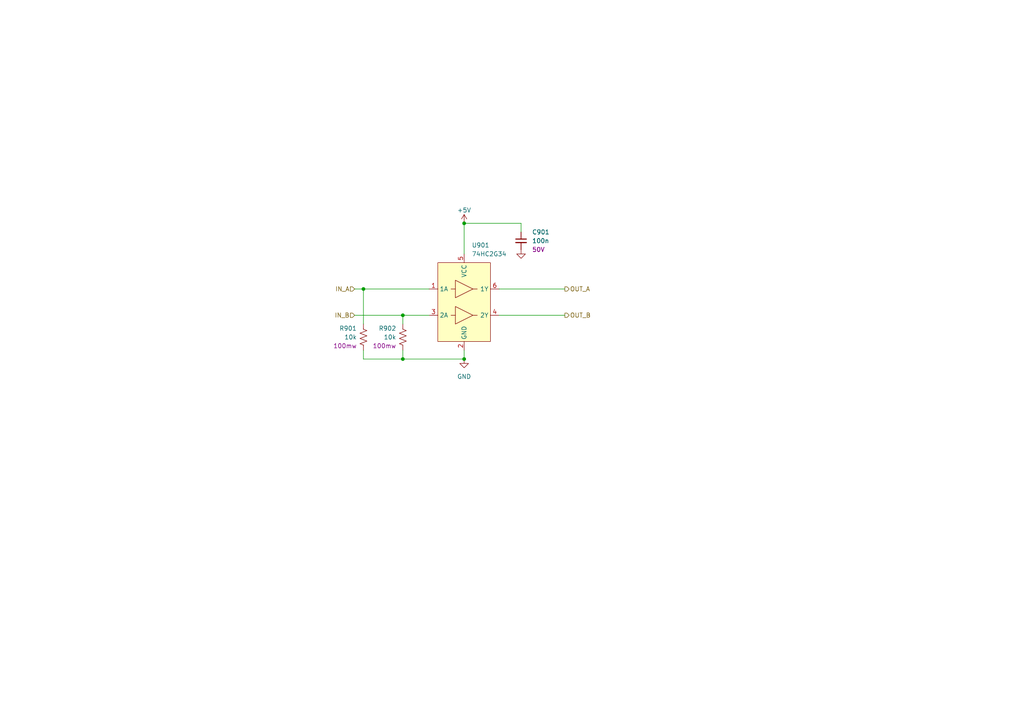
<source format=kicad_sch>
(kicad_sch (version 20230121) (generator eeschema)
  (paper "A4")
  (lib_symbols
    (symbol "Device:C_Small" (pin_numbers hide) (pin_names (offset 0.254) hide)
      (property "Reference" "C" (at 0.254 1.778 0))
      (property "Value" "C_Small" (at 0.254 -2.032 0))
      (symbol "C_Small_0_1"
        (polyline (pts (xy -1.524 -0.508) (xy 1.524 -0.508)) (stroke (width 0.3302)))
        (polyline (pts (xy -1.524 0.508) (xy 1.524 0.508)) (stroke (width 0.3048)))
      )
      (symbol "C_Small_1_1"
        (pin passive line (at 0 2.54 270) (length 2.032) (name "~") (number "1"))
        (pin passive line (at 0 -2.54 90) (length 2.032) (name "~") (number "2"))
      )
    )
    (symbol "Device:R_US" (pin_numbers hide) (pin_names (offset 0))
      (property "Reference" "R" (at 2.54 0 90))
      (property "Value" "R_US" (at -2.54 0 90))
      (symbol "R_US_0_1"
        (polyline (pts (xy 0 -2.286) (xy 0 -2.54)))
        (polyline (pts (xy 0 2.286) (xy 0 2.54)))
        (polyline (pts (xy 0 -0.762) (xy 1.016 -1.143) (xy 0 -1.524) (xy -1.016 -1.905) (xy 0 -2.286)))
        (polyline (pts (xy 0 0.762) (xy 1.016 0.381) (xy 0 0) (xy -1.016 -0.381) (xy 0 -0.762)))
        (polyline (pts (xy 0 2.286) (xy 1.016 1.905) (xy 0 1.524) (xy -1.016 1.143) (xy 0 0.762)))
      )
      (symbol "R_US_1_1"
        (pin passive line (at 0 3.81 270) (length 1.27) (name "~") (number "1"))
        (pin passive line (at 0 -3.81 90) (length 1.27) (name "~") (number "2"))
      )
    )
    (symbol "Droid:74HC2G34"
      (property "Reference" "U" (at 2.54 -12.7 0))
      (property "Value" "74HC2G34" (at 2.54 -15.24 0))
      (symbol "74HC2G34_0_0"
        (pin input line (at -10.16 3.81 0) (length 2.54) (name "1A") (number "1"))
        (pin power_in line (at 0 -13.97 90) (length 2.54) (name "GND") (number "2"))
        (pin input line (at -10.16 -3.81 0) (length 2.54) (name "2A") (number "3"))
        (pin output line (at 10.16 -3.81 180) (length 2.54) (name "2Y") (number "4"))
        (pin power_in line (at 0 13.97 270) (length 2.54) (name "VCC") (number "5"))
        (pin output line (at 10.16 3.81 180) (length 2.54) (name "1Y") (number "6"))
      )
      (symbol "74HC2G34_0_1"
        (rectangle (start -7.62 11.43) (end 7.62 -11.43) (fill (type background)))
        (polyline (pts (xy -2.54 -3.81) (xy -3.81 -3.81)))
        (polyline (pts (xy -2.54 3.81) (xy -3.81 3.81)))
        (polyline (pts (xy 2.54 -3.81) (xy 3.81 -3.81)))
        (polyline (pts (xy 2.54 3.81) (xy 3.81 3.81)))
        (polyline (pts (xy -2.54 -5.08) (xy -2.54 -1.27) (xy 2.54 -3.81) (xy -2.54 -6.35) (xy -2.54 -5.08)))
        (polyline (pts (xy -2.54 2.54) (xy -2.54 6.35) (xy 2.54 3.81) (xy -2.54 1.27) (xy -2.54 2.54)))
      )
    )
    (symbol "power:+5V" (power) (pin_names (offset 0))
      (property "Value" "+5V" (at 0 3.556 0))
      (symbol "+5V_0_1"
        (polyline (pts (xy -0.762 1.27) (xy 0 2.54)))
        (polyline (pts (xy 0 0) (xy 0 2.54)))
        (polyline (pts (xy 0 2.54) (xy 0.762 1.27)))
      )
      (symbol "+5V_1_1"
        (pin power_in line (at 0 0 90) (length 0) hide (name "+5V") (number "1"))
      )
    )
    (symbol "power:GND" (power) (pin_names (offset 0))
      (property "Value" "GND" (at 0 -3.81 0))
      (symbol "GND_0_1"
        (polyline (pts (xy 0 0) (xy 0 -1.27) (xy 1.27 -1.27) (xy 0 -2.54) (xy -1.27 -1.27) (xy 0 -1.27)))
      )
      (symbol "GND_1_1"
        (pin power_in line (at 0 0 270) (length 0) hide (name "GND") (number "1"))
      )
    )
  )
  (junction (at 105.41 83.82))
  (junction (at 134.62 104.14))
  (junction (at 116.84 104.14))
  (junction (at 116.84 91.44))
  (junction (at 134.62 64.77))
  (wire (pts (xy 116.84 93.98) (xy 116.84 91.44)))
  (wire (pts (xy 105.41 101.6) (xy 105.41 104.14)))
  (wire (pts (xy 144.78 91.44) (xy 163.83 91.44)))
  (wire (pts (xy 134.62 101.6) (xy 134.62 104.14)))
  (wire (pts (xy 105.41 104.14) (xy 116.84 104.14)))
  (wire (pts (xy 134.62 64.77) (xy 134.62 73.66)))
  (wire (pts (xy 102.87 83.82) (xy 105.41 83.82)))
  (wire (pts (xy 134.62 64.77) (xy 151.13 64.77)))
  (wire (pts (xy 105.41 83.82) (xy 105.41 93.98)))
  (wire (pts (xy 105.41 83.82) (xy 124.46 83.82)))
  (wire (pts (xy 116.84 91.44) (xy 124.46 91.44)))
  (wire (pts (xy 116.84 101.6) (xy 116.84 104.14)))
  (wire (pts (xy 102.87 91.44) (xy 116.84 91.44)))
  (wire (pts (xy 144.78 83.82) (xy 163.83 83.82)))
  (wire (pts (xy 151.13 64.77) (xy 151.13 67.31)))
  (wire (pts (xy 134.62 104.14) (xy 116.84 104.14)))
  (hierarchical_label "OUT_A" (shape output) (at 163.83 83.82 0))
  (hierarchical_label "OUT_B" (shape output) (at 163.83 91.44 0))
  (hierarchical_label "IN_A" (shape input) (at 102.87 83.82 180))
  (hierarchical_label "IN_B" (shape input) (at 102.87 91.44 180))
  (symbol (lib_id "power:+5V") (at 134.62 64.77 0) (unit 1)
    (property "Reference" "#PWR0901" (effects hide))
    (property "Value" "+5V" (at 134.62 60.96 0))
    (instances (project "movertron" (path "" (reference "#PWR0901") (unit 1)) (path "" (reference "#PWR01201") (unit 1))) (project "starfish" (path "" (reference "#PWR0901") (unit 1)) (path "" (reference "#PWR01201") (unit 1))))
  )
  (symbol (lib_id "Device:R_US") (at 116.84 97.79 180) (unit 1)
    (property "Reference" "R902" (at 114.935 95.2499 0) (effects (justify left)))
    (property "Value" "10k" (at 114.935 97.7899 0) (effects (justify left)))
    (property "Footprint" "Droid:R_0603_HandSolder" (effects hide))
    (property "mpn" "RMCF0603FT10K0" (effects hide))
    (property "Rating" "100mw" (at 114.935 100.3299 0) (effects (justify left)))
    (instances (project "movertron" (path "" (reference "R902") (unit 1)) (path "" (reference "R1202") (unit 1))) (project "starfish" (path "" (reference "R902") (unit 1)) (path "" (reference "R1202") (unit 1))))
  )
  (symbol (lib_id "Device:C_Small") (at 151.13 69.85 0) (unit 1)
    (property "Reference" "C901" (at 154.305 67.3162 0) (effects (justify left)))
    (property "Value" "100n" (at 154.305 69.8562 0) (effects (justify left)))
    (property "Footprint" "Droid:C_0603_HandSolder" (effects hide))
    (property "Rating" "50V" (at 154.305 72.3962 0) (effects (justify left)))
    (property "mpn" "CL10B104KB8NNNC" (effects hide))
    (instances (project "movertron" (path "" (reference "C901") (unit 1)) (path "" (reference "C1201") (unit 1))) (project "starfish" (path "" (reference "C901") (unit 1)) (path "" (reference "C1201") (unit 1))))
  )
  (symbol (lib_id "power:GND") (at 134.62 104.14 0) (unit 1)
    (property "Reference" "#PWR0902" (effects hide))
    (property "Value" "GND" (at 134.62 109.22 0))
    (instances (project "movertron" (path "" (reference "#PWR0902") (unit 1)) (path "" (reference "#PWR01202") (unit 1))))
  )
  (symbol (lib_id "Droid:74HC2G34") (at 134.62 87.63 0) (unit 1)
    (property "Reference" "U901" (at 136.8141 71.12 0) (effects (justify left)))
    (property "Value" "74HC2G34" (at 136.8141 73.66 0) (effects (justify left)))
    (property "Footprint" "Package_TO_SOT_SMD:SOT-363_SC-70-6" (effects hide))
    (property "Datasheet" "https://assets.nexperia.com/documents/data-sheet/74HC_HCT2G34.pdf" (effects hide))
    (property "mpn" "74HC2G34GW,125" (effects hide))
    (instances (project "movertron" (path "" (reference "U901") (unit 1)) (path "" (reference "U1201") (unit 1))))
  )
  (symbol (lib_id "power:GND") (at 151.13 72.39 0) (unit 1)
    (property "Reference" "#PWR0903" (effects hide))
    (property "Value" "GND" (effects hide))
    (instances (project "movertron" (path "" (reference "#PWR0903") (unit 1)) (path "" (reference "#PWR01203") (unit 1))) (project "starfish" (path "" (reference "#PWR0903") (unit 1)) (path "" (reference "#PWR01203") (unit 1))))
  )
  (symbol (lib_id "Device:R_US") (at 105.41 97.79 180) (unit 1)
    (property "Reference" "R901" (at 103.505 95.2499 0) (effects (justify left)))
    (property "Value" "10k" (at 103.505 97.7899 0) (effects (justify left)))
    (property "Footprint" "Droid:R_0603_HandSolder" (effects hide))
    (property "mpn" "RMCF0603FT10K0" (effects hide))
    (property "Rating" "100mw" (at 103.505 100.3299 0) (effects (justify left)))
    (instances (project "movertron" (path "" (reference "R901") (unit 1)) (path "" (reference "R1201") (unit 1))) (project "starfish" (path "" (reference "R901") (unit 1)) (path "" (reference "R1201") (unit 1))))
  )
)
</source>
